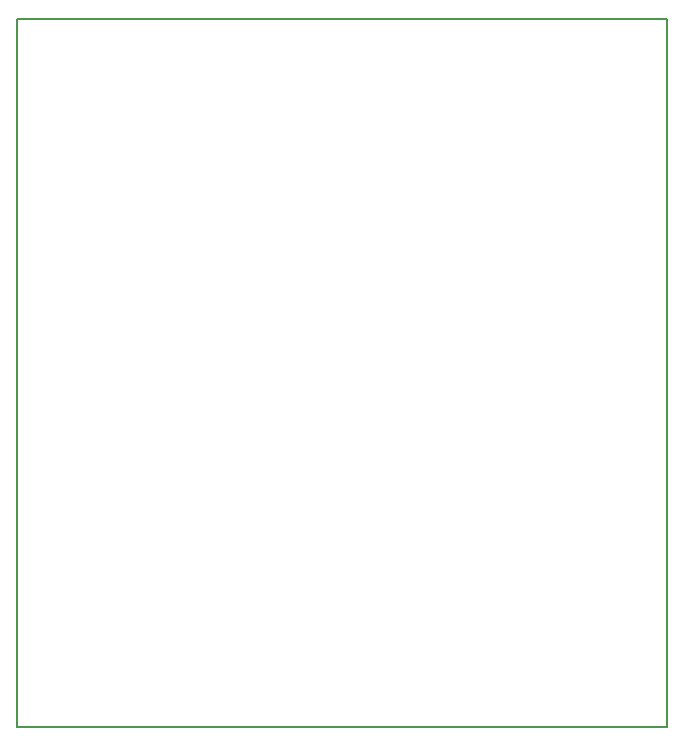
<source format=gm1>
G04 #@! TF.FileFunction,Profile,NP*
%FSLAX46Y46*%
G04 Gerber Fmt 4.6, Leading zero omitted, Abs format (unit mm)*
G04 Created by KiCad (PCBNEW 4.0.6-e0-6349~53~ubuntu16.04.1) date Thu May 25 23:31:25 2017*
%MOMM*%
%LPD*%
G01*
G04 APERTURE LIST*
%ADD10C,0.050000*%
%ADD11C,0.150000*%
G04 APERTURE END LIST*
D10*
D11*
X185000000Y-85000000D02*
X185000000Y-25000000D01*
X240000000Y-85000000D02*
X185000000Y-85000000D01*
X240000000Y-25000000D02*
X240000000Y-85000000D01*
X185000000Y-25000000D02*
X240000000Y-25000000D01*
M02*

</source>
